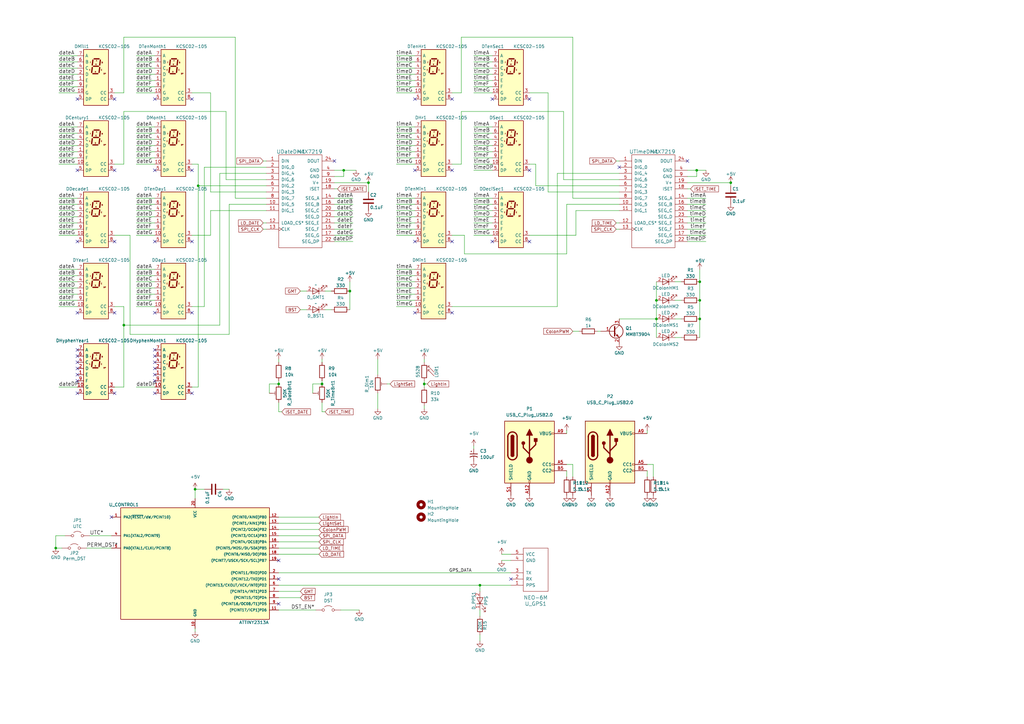
<source format=kicad_sch>
(kicad_sch (version 20231120) (generator "eeschema") (generator_version "8.0")
  (paper "A3")
  (junction (at 287.02 115.57))
  (junction (at 173.99 157.48))
  (junction (at 196.85 240.03))
  (junction (at 143.51 119.38))
  (junction (at 22.86 224.79))
  (junction (at 151.13 74.93))
  (junction (at 80.01 200.66))
  (junction (at 269.24 130.81))
  (junction (at 50.8 133.35))
  (junction (at 287.02 130.81))
  (junction (at 140.97 69.85))
  (junction (at 287.02 123.19))
  (junction (at 81.28 76.2))
  (junction (at 114.3 157.48))
  (junction (at 285.75 69.85))
  (junction (at 132.08 157.48))
  (junction (at 269.24 123.19))
  (junction (at 299.72 74.93))
  (no_connect (at 63.5 128.27))
  (no_connect (at 63.5 146.05))
  (no_connect (at 31.75 40.64))
  (no_connect (at 46.99 99.06))
  (no_connect (at 78.74 161.29))
  (no_connect (at 46.99 128.27))
  (no_connect (at 31.75 128.27))
  (no_connect (at 78.74 69.85))
  (no_connect (at 78.74 99.06))
  (no_connect (at 63.5 99.06))
  (no_connect (at 185.42 128.27))
  (no_connect (at 63.5 161.29))
  (no_connect (at 217.17 69.85))
  (no_connect (at 31.75 69.85))
  (no_connect (at 45.72 212.09))
  (no_connect (at 185.42 40.64))
  (no_connect (at 31.75 143.51))
  (no_connect (at 63.5 151.13))
  (no_connect (at 114.3 247.65))
  (no_connect (at 281.94 66.04))
  (no_connect (at 185.42 99.06))
  (no_connect (at 254 68.58))
  (no_connect (at 78.74 40.64))
  (no_connect (at 170.18 99.06))
  (no_connect (at 78.74 128.27))
  (no_connect (at 114.3 237.49))
  (no_connect (at 114.3 229.87))
  (no_connect (at 31.75 148.59))
  (no_connect (at 31.75 151.13))
  (no_connect (at 63.5 69.85))
  (no_connect (at 31.75 99.06))
  (no_connect (at 63.5 153.67))
  (no_connect (at 63.5 40.64))
  (no_connect (at 137.16 66.04))
  (no_connect (at 31.75 146.05))
  (no_connect (at 46.99 69.85))
  (no_connect (at 217.17 40.64))
  (no_connect (at 31.75 156.21))
  (no_connect (at 63.5 156.21))
  (no_connect (at 46.99 40.64))
  (no_connect (at 170.18 69.85))
  (no_connect (at 31.75 153.67))
  (no_connect (at 63.5 148.59))
  (no_connect (at 31.75 161.29))
  (no_connect (at 209.55 237.49))
  (no_connect (at 217.17 99.06))
  (no_connect (at 201.93 40.64))
  (no_connect (at 185.42 69.85))
  (no_connect (at 201.93 99.06))
  (no_connect (at 63.5 143.51))
  (no_connect (at 46.99 161.29))
  (no_connect (at 170.18 128.27))
  (no_connect (at 170.18 40.64))
  (wire (pts (xy 114.3 168.91) (xy 114.3 165.1)))
  (wire (pts (xy 31.75 57.15) (xy 24.13 57.15)))
  (wire (pts (xy 232.41 190.5) (xy 234.95 190.5)))
  (wire (pts (xy 170.18 115.57) (xy 162.56 115.57)))
  (wire (pts (xy 234.95 135.89) (xy 237.49 135.89)))
  (wire (pts (xy 31.75 91.44) (xy 24.13 91.44)))
  (wire (pts (xy 137.16 83.82) (xy 144.78 83.82)))
  (wire (pts (xy 63.5 115.57) (xy 55.88 115.57)))
  (wire (pts (xy 123.19 119.38) (xy 125.73 119.38)))
  (wire (pts (xy 93.98 83.82) (xy 109.22 83.82)))
  (wire (pts (xy 143.51 119.38) (xy 143.51 127)))
  (wire (pts (xy 31.75 118.11) (xy 24.13 118.11)))
  (wire (pts (xy 209.55 240.03) (xy 196.85 240.03)))
  (wire (pts (xy 138.43 77.47) (xy 137.16 77.47)))
  (wire (pts (xy 201.93 22.86) (xy 194.31 22.86)))
  (wire (pts (xy 173.99 147.32) (xy 173.99 148.59)))
  (wire (pts (xy 140.97 72.39) (xy 140.97 69.85)))
  (wire (pts (xy 285.75 72.39) (xy 285.75 69.85)))
  (wire (pts (xy 173.99 156.21) (xy 173.99 157.48)))
  (wire (pts (xy 78.74 125.73) (xy 83.82 125.73)))
  (wire (pts (xy 86.36 86.36) (xy 86.36 96.52)))
  (wire (pts (xy 201.93 33.02) (xy 194.31 33.02)))
  (wire (pts (xy 133.35 127) (xy 135.89 127)))
  (wire (pts (xy 170.18 64.77) (xy 162.56 64.77)))
  (wire (pts (xy 86.36 78.74) (xy 109.22 78.74)))
  (wire (pts (xy 109.22 86.36) (xy 86.36 86.36)))
  (wire (pts (xy 81.28 158.75) (xy 81.28 76.2)))
  (wire (pts (xy 114.3 219.71) (xy 130.81 219.71)))
  (wire (pts (xy 31.75 33.02) (xy 24.13 33.02)))
  (wire (pts (xy 22.86 224.79) (xy 25.4 224.79)))
  (wire (pts (xy 31.75 93.98) (xy 24.13 93.98)))
  (wire (pts (xy 90.17 133.35) (xy 90.17 71.12)))
  (wire (pts (xy 217.17 96.52) (xy 236.22 96.52)))
  (wire (pts (xy 170.18 33.02) (xy 162.56 33.02)))
  (wire (pts (xy 81.28 67.31) (xy 81.28 76.2)))
  (wire (pts (xy 63.5 64.77) (xy 55.88 64.77)))
  (wire (pts (xy 201.93 52.07) (xy 194.31 52.07)))
  (wire (pts (xy 265.43 176.53) (xy 265.43 177.8)))
  (wire (pts (xy 63.5 158.75) (xy 55.88 158.75)))
  (wire (pts (xy 132.08 157.48) (xy 132.08 156.21)))
  (wire (pts (xy 50.8 133.35) (xy 50.8 158.75)))
  (wire (pts (xy 63.5 120.65) (xy 55.88 120.65)))
  (wire (pts (xy 190.5 96.52) (xy 190.5 104.14)))
  (wire (pts (xy 201.93 64.77) (xy 194.31 64.77)))
  (wire (pts (xy 170.18 86.36) (xy 162.56 86.36)))
  (wire (pts (xy 63.5 125.73) (xy 55.88 125.73)))
  (wire (pts (xy 201.93 59.69) (xy 194.31 59.69)))
  (wire (pts (xy 96.52 81.28) (xy 96.52 15.24)))
  (wire (pts (xy 139.7 250.19) (xy 147.32 250.19)))
  (wire (pts (xy 114.3 227.33) (xy 130.81 227.33)))
  (wire (pts (xy 170.18 30.48) (xy 162.56 30.48)))
  (wire (pts (xy 281.94 83.82) (xy 289.56 83.82)))
  (wire (pts (xy 170.18 67.31) (xy 162.56 67.31)))
  (wire (pts (xy 170.18 113.03) (xy 162.56 113.03)))
  (wire (pts (xy 287.02 110.49) (xy 287.02 115.57)))
  (wire (pts (xy 254 86.36) (xy 236.22 86.36)))
  (wire (pts (xy 201.93 86.36) (xy 194.31 86.36)))
  (wire (pts (xy 78.74 158.75) (xy 81.28 158.75)))
  (wire (pts (xy 170.18 62.23) (xy 162.56 62.23)))
  (wire (pts (xy 50.8 125.73) (xy 46.99 125.73)))
  (wire (pts (xy 31.75 54.61) (xy 24.13 54.61)))
  (wire (pts (xy 123.19 242.57) (xy 114.3 242.57)))
  (wire (pts (xy 217.17 67.31) (xy 219.71 67.31)))
  (wire (pts (xy 123.19 127) (xy 125.73 127)))
  (wire (pts (xy 281.94 86.36) (xy 289.56 86.36)))
  (wire (pts (xy 170.18 123.19) (xy 162.56 123.19)))
  (wire (pts (xy 201.93 35.56) (xy 194.31 35.56)))
  (wire (pts (xy 31.75 38.1) (xy 24.13 38.1)))
  (wire (pts (xy 63.5 54.61) (xy 55.88 54.61)))
  (wire (pts (xy 276.86 115.57) (xy 279.4 115.57)))
  (wire (pts (xy 170.18 118.11) (xy 162.56 118.11)))
  (wire (pts (xy 31.75 62.23) (xy 24.13 62.23)))
  (wire (pts (xy 31.75 52.07) (xy 24.13 52.07)))
  (wire (pts (xy 154.94 161.29) (xy 154.94 167.64)))
  (wire (pts (xy 92.71 45.72) (xy 50.8 45.72)))
  (wire (pts (xy 114.3 157.48) (xy 114.3 156.21)))
  (wire (pts (xy 201.93 30.48) (xy 194.31 30.48)))
  (wire (pts (xy 31.75 67.31) (xy 24.13 67.31)))
  (wire (pts (xy 63.5 91.44) (xy 55.88 91.44)))
  (wire (pts (xy 114.3 157.48) (xy 110.49 157.48)))
  (wire (pts (xy 170.18 57.15) (xy 162.56 57.15)))
  (wire (pts (xy 63.5 96.52) (xy 55.88 96.52)))
  (wire (pts (xy 50.8 133.35) (xy 90.17 133.35)))
  (wire (pts (xy 63.5 35.56) (xy 55.88 35.56)))
  (wire (pts (xy 31.75 113.03) (xy 24.13 113.03)))
  (wire (pts (xy 170.18 125.73) (xy 162.56 125.73)))
  (wire (pts (xy 252.73 66.04) (xy 254 66.04)))
  (wire (pts (xy 281.94 74.93) (xy 299.72 74.93)))
  (wire (pts (xy 201.93 91.44) (xy 194.31 91.44)))
  (wire (pts (xy 63.5 33.02) (xy 55.88 33.02)))
  (wire (pts (xy 269.24 115.57) (xy 269.24 123.19)))
  (wire (pts (xy 170.18 54.61) (xy 162.56 54.61)))
  (wire (pts (xy 31.75 25.4) (xy 24.13 25.4)))
  (wire (pts (xy 276.86 123.19) (xy 279.4 123.19)))
  (wire (pts (xy 232.41 176.53) (xy 232.41 177.8)))
  (wire (pts (xy 232.41 193.04) (xy 232.41 195.58)))
  (wire (pts (xy 31.75 115.57) (xy 24.13 115.57)))
  (wire (pts (xy 232.41 83.82) (xy 232.41 104.14)))
  (wire (pts (xy 170.18 35.56) (xy 162.56 35.56)))
  (wire (pts (xy 281.94 99.06) (xy 289.56 99.06)))
  (wire (pts (xy 31.75 81.28) (xy 24.13 81.28)))
  (wire (pts (xy 63.5 81.28) (xy 55.88 81.28)))
  (wire (pts (xy 63.5 67.31) (xy 55.88 67.31)))
  (wire (pts (xy 53.34 96.52) (xy 46.99 96.52)))
  (wire (pts (xy 46.99 67.31) (xy 50.8 67.31)))
  (wire (pts (xy 201.93 81.28) (xy 194.31 81.28)))
  (wire (pts (xy 201.93 27.94) (xy 194.31 27.94)))
  (wire (pts (xy 31.75 64.77) (xy 24.13 64.77)))
  (wire (pts (xy 201.93 38.1) (xy 194.31 38.1)))
  (wire (pts (xy 128.27 157.48) (xy 128.27 161.29)))
  (wire (pts (xy 137.16 88.9) (xy 144.78 88.9)))
  (wire (pts (xy 130.81 214.63) (xy 114.3 214.63)))
  (wire (pts (xy 81.28 76.2) (xy 109.22 76.2)))
  (wire (pts (xy 46.99 38.1) (xy 50.8 38.1)))
  (wire (pts (xy 83.82 68.58) (xy 83.82 125.73)))
  (wire (pts (xy 201.93 83.82) (xy 194.31 83.82)))
  (wire (pts (xy 281.94 72.39) (xy 285.75 72.39)))
  (wire (pts (xy 201.93 69.85) (xy 194.31 69.85)))
  (wire (pts (xy 287.02 123.19) (xy 287.02 130.81)))
  (wire (pts (xy 201.93 88.9) (xy 194.31 88.9)))
  (wire (pts (xy 283.21 77.47) (xy 281.94 77.47)))
  (wire (pts (xy 231.14 45.72) (xy 189.23 45.72)))
  (wire (pts (xy 63.5 52.07) (xy 55.88 52.07)))
  (wire (pts (xy 137.16 81.28) (xy 144.78 81.28)))
  (wire (pts (xy 114.3 224.79) (xy 130.81 224.79)))
  (wire (pts (xy 196.85 240.03) (xy 114.3 240.03)))
  (wire (pts (xy 281.94 91.44) (xy 289.56 91.44)))
  (wire (pts (xy 83.82 200.66) (xy 80.01 200.66)))
  (wire (pts (xy 132.08 148.59) (xy 132.08 147.32)))
  (wire (pts (xy 137.16 69.85) (xy 140.97 69.85)))
  (wire (pts (xy 36.83 219.71) (xy 45.72 219.71)))
  (wire (pts (xy 194.31 182.88) (xy 194.31 184.15)))
  (wire (pts (xy 201.93 54.61) (xy 194.31 54.61)))
  (wire (pts (xy 114.3 148.59) (xy 114.3 147.32)))
  (wire (pts (xy 107.95 93.98) (xy 109.22 93.98)))
  (wire (pts (xy 63.5 93.98) (xy 55.88 93.98)))
  (wire (pts (xy 109.22 81.28) (xy 96.52 81.28)))
  (wire (pts (xy 63.5 30.48) (xy 55.88 30.48)))
  (wire (pts (xy 170.18 83.82) (xy 162.56 83.82)))
  (wire (pts (xy 132.08 157.48) (xy 128.27 157.48)))
  (wire (pts (xy 31.75 96.52) (xy 24.13 96.52)))
  (wire (pts (xy 287.02 115.57) (xy 287.02 123.19)))
  (wire (pts (xy 133.35 119.38) (xy 135.89 119.38)))
  (wire (pts (xy 209.55 229.87) (xy 205.74 229.87)))
  (wire (pts (xy 31.75 22.86) (xy 24.13 22.86)))
  (wire (pts (xy 115.57 168.91) (xy 114.3 168.91)))
  (wire (pts (xy 63.5 118.11) (xy 55.88 118.11)))
  (wire (pts (xy 31.75 59.69) (xy 24.13 59.69)))
  (wire (pts (xy 137.16 93.98) (xy 144.78 93.98)))
  (wire (pts (xy 109.22 73.66) (xy 92.71 73.66)))
  (wire (pts (xy 281.94 88.9) (xy 289.56 88.9)))
  (wire (pts (xy 63.5 123.19) (xy 55.88 123.19)))
  (wire (pts (xy 299.72 74.93) (xy 299.72 76.2)))
  (wire (pts (xy 173.99 166.37) (xy 173.99 167.64)))
  (wire (pts (xy 189.23 15.24) (xy 189.23 38.1)))
  (wire (pts (xy 170.18 91.44) (xy 162.56 91.44)))
  (wire (pts (xy 22.86 219.71) (xy 22.86 224.79)))
  (wire (pts (xy 201.93 62.23) (xy 194.31 62.23)))
  (wire (pts (xy 140.97 69.85) (xy 146.05 69.85)))
  (wire (pts (xy 281.94 69.85) (xy 285.75 69.85)))
  (wire (pts (xy 265.43 193.04) (xy 265.43 195.58)))
  (wire (pts (xy 196.85 260.35) (xy 196.85 262.89)))
  (wire (pts (xy 170.18 25.4) (xy 162.56 25.4)))
  (wire (pts (xy 96.52 15.24) (xy 50.8 15.24)))
  (wire (pts (xy 170.18 93.98) (xy 162.56 93.98)))
  (wire (pts (xy 170.18 81.28) (xy 162.56 81.28)))
  (wire (pts (xy 269.24 130.81) (xy 269.24 138.43)))
  (wire (pts (xy 170.18 88.9) (xy 162.56 88.9)))
  (wire (pts (xy 252.73 91.44) (xy 254 91.44)))
  (wire (pts (xy 137.16 96.52) (xy 144.78 96.52)))
  (wire (pts (xy 185.42 38.1) (xy 189.23 38.1)))
  (wire (pts (xy 107.95 91.44) (xy 109.22 91.44)))
  (wire (pts (xy 228.6 71.12) (xy 254 71.12)))
  (wire (pts (xy 224.79 78.74) (xy 254 78.74)))
  (wire (pts (xy 217.17 38.1) (xy 224.79 38.1)))
  (wire (pts (xy 31.75 88.9) (xy 24.13 88.9)))
  (wire (pts (xy 151.13 78.74) (xy 151.13 74.93)))
  (wire (pts (xy 63.5 57.15) (xy 55.88 57.15)))
  (wire (pts (xy 281.94 81.28) (xy 289.56 81.28)))
  (wire (pts (xy 63.5 22.86) (xy 55.88 22.86)))
  (wire (pts (xy 219.71 67.31) (xy 219.71 76.2)))
  (wire (pts (xy 196.85 250.19) (xy 196.85 252.73)))
  (wire (pts (xy 63.5 113.03) (xy 55.88 113.03)))
  (wire (pts (xy 158.75 157.48) (xy 160.02 157.48)))
  (wire (pts (xy 78.74 67.31) (xy 81.28 67.31)))
  (wire (pts (xy 50.8 45.72) (xy 50.8 67.31)))
  (wire (pts (xy 31.75 158.75) (xy 24.13 158.75)))
  (wire (pts (xy 63.5 59.69) (xy 55.88 59.69)))
  (wire (pts (xy 234.95 81.28) (xy 234.95 15.24)))
  (wire (pts (xy 50.8 125.73) (xy 50.8 133.35)))
  (wire (pts (xy 234.95 190.5) (xy 234.95 195.58)))
  (wire (pts (xy 130.81 222.25) (xy 114.3 222.25)))
  (wire (pts (xy 137.16 99.06) (xy 144.78 99.06)))
  (wire (pts (xy 189.23 45.72) (xy 189.23 67.31)))
  (wire (pts (xy 109.22 68.58) (xy 83.82 68.58)))
  (wire (pts (xy 281.94 96.52) (xy 289.56 96.52)))
  (wire (pts (xy 196.85 240.03) (xy 196.85 242.57)))
  (wire (pts (xy 170.18 27.94) (xy 162.56 27.94)))
  (wire (pts (xy 26.67 219.71) (xy 22.86 219.71)))
  (wire (pts (xy 86.36 38.1) (xy 86.36 78.74)))
  (wire (pts (xy 170.18 110.49) (xy 162.56 110.49)))
  (wire (pts (xy 93.98 137.16) (xy 93.98 83.82)))
  (wire (pts (xy 236.22 86.36) (xy 236.22 96.52)))
  (wire (pts (xy 267.97 190.5) (xy 267.97 195.58)))
  (wire (pts (xy 201.93 93.98) (xy 194.31 93.98)))
  (wire (pts (xy 31.75 123.19) (xy 24.13 123.19)))
  (wire (pts (xy 35.56 224.79) (xy 45.72 224.79)))
  (wire (pts (xy 114.3 217.17) (xy 130.81 217.17)))
  (wire (pts (xy 170.18 38.1) (xy 162.56 38.1)))
  (wire (pts (xy 143.51 115.57) (xy 143.51 119.38)))
  (wire (pts (xy 245.11 135.89) (xy 246.38 135.89)))
  (wire (pts (xy 90.17 71.12) (xy 109.22 71.12)))
  (wire (pts (xy 133.35 168.91) (xy 132.08 168.91)))
  (wire (pts (xy 201.93 25.4) (xy 194.31 25.4)))
  (wire (pts (xy 93.98 200.66) (xy 91.44 200.66)))
  (wire (pts (xy 31.75 83.82) (xy 24.13 83.82)))
  (wire (pts (xy 173.99 157.48) (xy 173.99 158.75)))
  (wire (pts (xy 285.75 69.85) (xy 289.56 69.85)))
  (wire (pts (xy 173.99 157.48) (xy 175.26 157.48)))
  (wire (pts (xy 53.34 137.16) (xy 93.98 137.16)))
  (wire (pts (xy 137.16 72.39) (xy 140.97 72.39)))
  (wire (pts (xy 63.5 62.23) (xy 55.88 62.23)))
  (wire (pts (xy 53.34 96.52) (xy 53.34 137.16)))
  (wire (pts (xy 170.18 52.07) (xy 162.56 52.07)))
  (wire (pts (xy 31.75 120.65) (xy 24.13 120.65)))
  (wire (pts (xy 228.6 125.73) (xy 228.6 71.12)))
  (wire (pts (xy 137.16 91.44) (xy 144.78 91.44)))
  (wire (pts (xy 63.5 110.49) (xy 55.88 110.49)))
  (wire (pts (xy 269.24 123.19) (xy 269.24 130.81)))
  (wire (pts (xy 276.86 138.43) (xy 279.4 138.43)))
  (wire (pts (xy 31.75 110.49) (xy 24.13 110.49)))
  (wire (pts (xy 132.08 168.91) (xy 132.08 165.1)))
  (wire (pts (xy 224.79 38.1) (xy 224.79 78.74)))
  (wire (pts (xy 287.02 130.81) (xy 287.02 138.43)))
  (wire (pts (xy 78.74 38.1) (xy 86.36 38.1)))
  (wire (pts (xy 190.5 104.14) (xy 232.41 104.14)))
  (wire (pts (xy 63.5 88.9) (xy 55.88 88.9)))
  (wire (pts (xy 80.01 200.66) (xy 80.01 204.47)))
  (wire (pts (xy 129.54 250.19) (xy 114.3 250.19)))
  (wire (pts (xy 252.73 93.98) (xy 254 93.98)))
  (wire (pts (xy 63.5 83.82) (xy 55.88 83.82)))
  (wire (pts (xy 170.18 120.65) (xy 162.56 120.65)))
  (wire (pts (xy 31.75 27.94) (xy 24.13 27.94)))
  (wire (pts (xy 185.42 96.52) (xy 190.5 96.52)))
  (wire (pts (xy 265.43 190.5) (xy 267.97 190.5)))
  (wire (pts (xy 63.5 27.94) (xy 55.88 27.94)))
  (wire (pts (xy 151.13 74.93) (xy 137.16 74.93)))
  (wire (pts (xy 123.19 245.11) (xy 114.3 245.11)))
  (wire (pts (xy 170.18 59.69) (xy 162.56 59.69)))
  (wire (pts (xy 63.5 38.1) (xy 55.88 38.1)))
  (wire (pts (xy 154.94 147.32) (xy 154.94 153.67)))
  (wire (pts (xy 231.14 73.66) (xy 231.14 45.72)))
  (wire (pts (xy 50.8 15.24) (xy 50.8 38.1)))
  (wire (pts (xy 276.86 130.81) (xy 279.4 130.81)))
  (wire (pts (xy 31.75 30.48) (xy 24.13 30.48)))
  (wire (pts (xy 201.93 57.15) (xy 194.31 57.15)))
  (wire (pts (xy 232.41 83.82) (xy 254 83.82)))
  (wire (pts (xy 63.5 86.36) (xy 55.88 86.36)))
  (wire (pts (xy 281.94 93.98) (xy 289.56 93.98)))
  (wire (pts (xy 92.71 73.66) (xy 92.71 45.72)))
  (wire (pts (xy 254 73.66) (xy 231.14 73.66)))
  (wire (pts (xy 219.71 76.2) (xy 254 76.2)))
  (wire (pts (xy 254 81.28) (xy 234.95 81.28)))
  (wire (pts (xy 107.95 66.04) (xy 109.22 66.04)))
  (wire (pts (xy 170.18 22.86) (xy 162.56 22.86)))
  (wire (pts (xy 31.75 125.73) (xy 24.13 125.73)))
  (wire (pts (xy 137.16 86.36) (xy 144.78 86.36)))
  (wire (pts (xy 63.5 25.4) (xy 55.88 25.4)))
  (wire (pts (xy 209.55 234.95) (xy 114.3 234.95)))
  (wire (pts (xy 130.81 212.09) (xy 114.3 212.09)))
  (wire (pts (xy 254 130.81) (xy 269.24 130.81)))
  (wire (pts (xy 234.95 15.24) (xy 189.23 15.24)))
  (wire (pts (xy 201.93 67.31) (xy 194.31 67.31)))
  (wire (pts (xy 185.42 67.31) (xy 189.23 67.31)))
  (wire (pts (xy 80.01 257.81) (xy 80.01 259.08)))
  (wire (pts (xy 110.49 157.48) (xy 110.49 161.29)))
  (wire (pts (xy 31.75 86.36) (xy 24.13 86.36)))
  (wire (pts (xy 170.18 96.52) (xy 162.56 96.52)))
  (wire (pts (xy 185.42 125.73) (xy 228.6 125.73)))
  (wire (pts (xy 201.93 96.52) (xy 194.31 96.52)))
  (wire (pts (xy 50.8 158.75) (xy 46.99 158.75)))
  (wire (pts (xy 205.74 227.33) (xy 209.55 227.33)))
  (wire (pts (xy 31.75 35.56) (xy 24.13 35.56)))
  (wire (pts (xy 78.74 96.52) (xy 86.36 96.52)))
  (label "dateA" (at 24.13 81.28 0) (effects (font (size 1.524 1.524))))
  (label "timeG" (at 162.56 67.31 0) (effects (font (size 1.524 1.524))))
  (label "dateA" (at 24.13 110.49 0) (effects (font (size 1.524 1.524))))
  (label "dateE" (at 24.13 120.65 0) (effects (font (size 1.524 1.524))))
  (label "timeC" (at 162.56 27.94 0) (effects (font (size 1.524 1.524))))
  (label "dateF" (at 55.88 64.77 0) (effects (font (size 1.524 1.524))))
  (label "timeE" (at 162.56 91.44 0) (effects (font (size 1.524 1.524))))
  (label "timeF" (at 289.56 93.98 180) (effects (font (size 1.524 1.524))))
  (label "dateG" (at 55.88 125.73 0) (effects (font (size 1.524 1.524))))
  (label "dateDP" (at 24.13 158.75 0) (effects (font (size 1.524 1.524))))
  (label "timeD" (at 162.56 88.9 0) (effects (font (size 1.524 1.524))))
  (label "dateE" (at 24.13 33.02 0) (effects (font (size 1.524 1.524))))
  (label "dateC" (at 55.88 86.36 0) (effects (font (size 1.524 1.524))))
  (label "dateF" (at 55.88 35.56 0) (effects (font (size 1.524 1.524))))
  (label "dateDP" (at 144.78 99.06 180) (effects (font (size 1.524 1.524))))
  (label "timeC" (at 194.31 57.15 0) (effects (font (size 1.524 1.524))))
  (label "timeB" (at 162.56 25.4 0) (effects (font (size 1.524 1.524))))
  (label "dateD" (at 24.13 88.9 0) (effects (font (size 1.524 1.524))))
  (label "dateD" (at 55.88 30.48 0) (effects (font (size 1.524 1.524))))
  (label "timeF" (at 194.31 64.77 0) (effects (font (size 1.524 1.524))))
  (label "dateG" (at 24.13 125.73 0) (effects (font (size 1.524 1.524))))
  (label "dateF" (at 24.13 123.19 0) (effects (font (size 1.524 1.524))))
  (label "dateA" (at 24.13 52.07 0) (effects (font (size 1.524 1.524))))
  (label "dateG" (at 55.88 38.1 0) (effects (font (size 1.524 1.524))))
  (label "timeDP" (at 194.31 69.85 0) (effects (font (size 1.524 1.524))))
  (label "dateB" (at 24.13 113.03 0) (effects (font (size 1.524 1.524))))
  (label "dateD" (at 144.78 88.9 180) (effects (font (size 1.524 1.524))))
  (label "timeA" (at 194.31 52.07 0) (effects (font (size 1.524 1.524))))
  (label "timeG" (at 162.56 38.1 0) (effects (font (size 1.524 1.524))))
  (label "timeA" (at 194.31 22.86 0) (effects (font (size 1.524 1.524))))
  (label "dateC" (at 144.78 86.36 180) (effects (font (size 1.524 1.524))))
  (label "timeB" (at 162.56 113.03 0) (effects (font (size 1.524 1.524))))
  (label "dateD" (at 24.13 30.48 0) (effects (font (size 1.524 1.524))))
  (label "timeA" (at 162.56 110.49 0) (effects (font (size 1.524 1.524))))
  (label "timeG" (at 162.56 125.73 0) (effects (font (size 1.524 1.524))))
  (label "dateF" (at 24.13 93.98 0) (effects (font (size 1.524 1.524))))
  (label "GPS_DATA" (at 184.15 234.95 0))
  (label "dateB" (at 24.13 54.61 0) (effects (font (size 1.524 1.524))))
  (label "timeA" (at 289.56 81.28 180) (effects (font (size 1.524 1.524))))
  (label "dateG" (at 24.13 38.1 0) (effects (font (size 1.524 1.524))))
  (label "timeDP" (at 289.56 99.06 180) (effects (font (size 1.524 1.524))))
  (label "dateE" (at 24.13 91.44 0) (effects (font (size 1.524 1.524))))
  (label "dateF" (at 24.13 64.77 0) (effects (font (size 1.524 1.524))))
  (label "dateB" (at 55.88 113.03 0) (effects (font (size 1.524 1.524))))
  (label "timeD" (at 162.56 59.69 0) (effects (font (size 1.524 1.524))))
  (label "timeD" (at 162.56 118.11 0) (effects (font (size 1.524 1.524))))
  (label "timeD" (at 194.31 88.9 0) (effects (font (size 1.524 1.524))))
  (label "timeG" (at 194.31 67.31 0) (effects (font (size 1.524 1.524))))
  (label "dateC" (at 55.88 27.94 0) (effects (font (size 1.524 1.524))))
  (label "timeF" (at 162.56 64.77 0) (effects (font (size 1.524 1.524))))
  (label "timeG" (at 194.31 38.1 0) (effects (font (size 1.524 1.524))))
  (label "dateD" (at 55.88 118.11 0) (effects (font (size 1.524 1.524))))
  (label "timeC" (at 194.31 86.36 0) (effects (font (size 1.524 1.524))))
  (label "timeD" (at 289.56 88.9 180) (effects (font (size 1.524 1.524))))
  (label "dateG" (at 24.13 96.52 0) (effects (font (size 1.524 1.524))))
  (label "PERM_DST*" (at 35.56 224.79 0) (effects (font (size 1.524 1.524))))
  (label "timeA" (at 194.31 81.28 0) (effects (font (size 1.524 1.524))))
  (label "dateD" (at 24.13 118.11 0) (effects (font (size 1.524 1.524))))
  (label "dateB" (at 24.13 25.4 0) (effects (font (size 1.524 1.524))))
  (label "dateE" (at 55.88 62.23 0) (effects (font (size 1.524 1.524))))
  (label "dateE" (at 55.88 120.65 0) (effects (font (size 1.524 1.524))))
  (label "timeC" (at 162.56 57.15 0) (effects (font (size 1.524 1.524))))
  (label "dateB" (at 24.13 83.82 0) (effects (font (size 1.524 1.524))))
  (label "timeE" (at 289.56 91.44 180) (effects (font (size 1.524 1.524))))
  (label "dateA" (at 55.88 81.28 0) (effects (font (size 1.524 1.524))))
  (label "timeD" (at 162.56 30.48 0) (effects (font (size 1.524 1.524))))
  (label "timeC" (at 289.56 86.36 180) (effects (font (size 1.524 1.524))))
  (label "timeF" (at 162.56 123.19 0) (effects (font (size 1.524 1.524))))
  (label "dateG" (at 55.88 96.52 0) (effects (font (size 1.524 1.524))))
  (label "dateE" (at 24.13 62.23 0) (effects (font (size 1.524 1.524))))
  (label "dateB" (at 55.88 25.4 0) (effects (font (size 1.524 1.524))))
  (label "timeB" (at 194.31 54.61 0) (effects (font (size 1.524 1.524))))
  (label "timeF" (at 194.31 93.98 0) (effects (font (size 1.524 1.524))))
  (label "timeE" (at 162.56 120.65 0) (effects (font (size 1.524 1.524))))
  (label "dateC" (at 24.13 86.36 0) (effects (font (size 1.524 1.524))))
  (label "timeE" (at 194.31 33.02 0) (effects (font (size 1.524 1.524))))
  (label "timeA" (at 162.56 81.28 0) (effects (font (size 1.524 1.524))))
  (label "dateB" (at 55.88 83.82 0) (effects (font (size 1.524 1.524))))
  (label "dateF" (at 144.78 93.98 180) (effects (font (size 1.524 1.524))))
  (label "timeE" (at 162.56 62.23 0) (effects (font (size 1.524 1.524))))
  (label "dateC" (at 24.13 27.94 0) (effects (font (size 1.524 1.524))))
  (label "dateC" (at 24.13 57.15 0) (effects (font (size 1.524 1.524))))
  (label "timeB" (at 289.56 83.82 180) (effects (font (size 1.524 1.524))))
  (label "DST_EN*" (at 119.38 250.19 0) (effects (font (size 1.524 1.524))))
  (label "timeA" (at 162.56 52.07 0) (effects (font (size 1.524 1.524))))
  (label "timeB" (at 162.56 83.82 0) (effects (font (size 1.524 1.524))))
  (label "dateD" (at 55.88 59.69 0) (effects (font (size 1.524 1.524))))
  (label "dateF" (at 55.88 123.19 0) (effects (font (size 1.524 1.524))))
  (label "dateB" (at 55.88 54.61 0) (effects (font (size 1.524 1.524))))
  (label "timeE" (at 194.31 62.23 0) (effects (font (size 1.524 1.524))))
  (label "dateDP" (at 55.88 158.75 0) (effects (font (size 1.524 1.524))))
  (label "timeA" (at 162.56 22.86 0) (effects (font (size 1.524 1.524))))
  (label "timeD" (at 194.31 30.48 0) (effects (font (size 1.524 1.524))))
  (label "dateD" (at 55.88 88.9 0) (effects (font (size 1.524 1.524))))
  (label "timeB" (at 194.31 25.4 0) (effects (font (size 1.524 1.524))))
  (label "dateE" (at 55.88 33.02 0) (effects (font (size 1.524 1.524))))
  (label "timeD" (at 194.31 59.69 0) (effects (font (size 1.524 1.524))))
  (label "dateA" (at 55.88 110.49 0) (effects (font (size 1.524 1.524))))
  (label "dateA" (at 55.88 52.07 0) (effects (font (size 1.524 1.524))))
  (label "dateA" (at 144.78 81.28 180) (effects (font (size 1.524 1.524))))
  (label "dateA" (at 24.13 22.86 0) (effects (font (size 1.524 1.524))))
  (label "dateF" (at 55.88 93.98 0) (effects (font (size 1.524 1.524))))
  (label "dateB" (at 144.78 83.82 180) (effects (font (size 1.524 1.524))))
  (label "timeB" (at 162.56 54.61 0) (effects (font (size 1.524 1.524))))
  (label "timeG" (at 162.56 96.52 0) (effects (font (size 1.524 1.524))))
  (label "timeF" (at 162.56 35.56 0) (effects (font (size 1.524 1.524))))
  (label "timeE" (at 162.56 33.02 0) (effects (font (size 1.524 1.524))))
  (label "dateC" (at 24.13 115.57 0) (effects (font (size 1.524 1.524))))
  (label "dateA" (at 55.88 22.86 0) (effects (font (size 1.524 1.524))))
  (label "timeC" (at 194.31 27.94 0) (effects (font (size 1.524 1.524))))
  (label "dateG" (at 55.88 67.31 0) (effects (font (size 1.524 1.524))))
  (label "dateD" (at 24.13 59.69 0) (effects (font (size 1.524 1.524))))
  (label "dateF" (at 24.13 35.56 0) (effects (font (size 1.524 1.524))))
  (label "dateC" (at 55.88 57.15 0) (effects (font (size 1.524 1.524))))
  (label "dateE" (at 144.78 91.44 180) (effects (font (size 1.524 1.524))))
  (label "dateC" (at 55.88 115.57 0) (effects (font (size 1.524 1.524))))
  (label "dateG" (at 144.78 96.52 180) (effects (font (size 1.524 1.524))))
  (label "timeB" (at 194.31 83.82 0) (effects (font (size 1.524 1.524))))
  (label "UTC*" (at 36.83 219.71 0) (effects (font (size 1.524 1.524))))
  (label "timeG" (at 194.31 96.52 0) (effects (font (size 1.524 1.524))))
  (label "dateE" (at 55.88 91.44 0) (effects (font (size 1.524 1.524))))
  (label "timeC" (at 162.56 86.36 0) (effects (font (size 1.524 1.524))))
  (label "timeG" (at 289.56 96.52 180) (effects (font (size 1.524 1.524))))
  (label "timeC" (at 162.56 115.57 0) (effects (font (size 1.524 1.524))))
  (label "timeE" (at 194.31 91.44 0) (effects (font (size 1.524 1.524))))
  (label "dateG" (at 24.13 67.31 0) (effects (font (size 1.524 1.524))))
  (label "timeF" (at 194.31 35.56 0) (effects (font (size 1.524 1.524))))
  (label "timeF" (at 162.56 93.98 0) (effects (font (size 1.524 1.524))))
  (global_label "ISET_DATE" (shape input) (at 115.57 168.91 0) (property "Intersheetrefs" "${INTERSHEET_REFS}" (effects (hide yes))))
  (global_label "SPI_CLK" (shape input) (at 130.81 222.25 0) (property "Intersheetrefs" "${INTERSHEET_REFS}" (effects (hide yes))))
  (global_label "LD_DATE" (shape input) (at 107.95 91.44 180) (property "Intersheetrefs" "${INTERSHEET_REFS}" (effects (hide yes))))
  (global_label "ISET_DATE" (shape input) (at 138.43 77.47 0) (property "Intersheetrefs" "${INTERSHEET_REFS}" (effects (hide yes))))
  (global_label "ISET_TIME" (shape input) (at 133.35 168.91 0) (property "Intersheetrefs" "${INTERSHEET_REFS}" (effects (hide yes))))
  (global_label "BST" (shape input) (at 123.19 245.11 0) (property "Intersheetrefs" "${INTERSHEET_REFS}" (effects (hide yes))))
  (global_label "LightSet" (shape input) (at 130.81 214.63 0) (property "Intersheetrefs" "${INTERSHEET_REFS}" (effects (hide yes))))
  (global_label "ColonPWM" (shape input) (at 234.95 135.89 180) (property "Intersheetrefs" "${INTERSHEET_REFS}" (effects (hide yes))))
  (global_label "LD_TIME" (shape input) (at 252.73 91.44 180) (property "Intersheetrefs" "${INTERSHEET_REFS}" (effects (hide yes))))
  (global_label "GMT" (shape input) (at 123.19 242.57 0) (property "Intersheetrefs" "${INTERSHEET_REFS}" (effects (hide yes))))
  (global_label "LightSet" (shape input) (at 160.02 157.48 0) (property "Intersheetrefs" "${INTERSHEET_REFS}" (effects (hide yes))))
  (global_label "ColonPWM" (shape input) (at 130.81 217.17 0) (property "Intersheetrefs" "${INTERSHEET_REFS}" (effects (hide yes))))
  (global_label "LightIn" (shape input) (at 175.26 157.48 0) (property "Intersheetrefs" "${INTERSHEET_REFS}" (effects (hide yes))))
  (global_label "SPI_DATA" (shape input) (at 130.81 219.71 0) (property "Intersheetrefs" "${INTERSHEET_REFS}" (effects (hide yes))))
  (global_label "LightIn" (shape input) (at 130.81 212.09 0) (property "Intersheetrefs" "${INTERSHEET_REFS}" (effects (hide yes))))
  (global_label "BST" (shape input) (at 123.19 127 180) (property "Intersheetrefs" "${INTERSHEET_REFS}" (effects (hide yes))))
  (global_label "SPI_CLK" (shape input) (at 252.73 93.98 180) (property "Intersheetrefs" "${INTERSHEET_REFS}" (effects (hide yes))))
  (global_label "ISET_TIME" (shape input) (at 283.21 77.47 0) (property "Intersheetrefs" "${INTERSHEET_REFS}" (effects (hide yes))))
  (global_label "LD_TIME" (shape input) (at 130.81 224.79 0) (property "Intersheetrefs" "${INTERSHEET_REFS}" (effects (hide yes))))
  (global_label "LD_DATE" (shape input) (at 130.81 227.33 0) (property "Intersheetrefs" "${INTERSHEET_REFS}" (effects (hide yes))))
  (global_label "GMT" (shape input) (at 123.19 119.38 180) (property "Intersheetrefs" "${INTERSHEET_REFS}" (effects (hide yes))))
  (global_label "SPI_DATA" (shape input) (at 107.95 66.04 180) (property "Intersheetrefs" "${INTERSHEET_REFS}" (effects (hide yes))))
  (global_label "SPI_CLK" (shape input) (at 107.95 93.98 180) (property "Intersheetrefs" "${INTERSHEET_REFS}" (effects (hide yes))))
  (global_label "SPI_DATA" (shape input) (at 252.73 66.04 180) (property "Intersheetrefs" "${INTERSHEET_REFS}" (effects (hide yes))))
  (symbol (lib_id "precision-clock-rescue:KCSC02-105") (at 39.37 30.48 0) (unit 1)
    (property "Reference" "DMill1" (at 36.576 19.05 0) (effects (justify right)))
    (property "Value" "KCSC02-105" (at 40.386 19.05 0) (effects (justify left)))
    (property "Footprint" "precision clock:7seg0.56CC" (effects (hide yes)))
  )
  (symbol (lib_id "precision-clock-rescue:KCSC02-105") (at 39.37 59.69 0) (unit 1)
    (property "Reference" "DCentury1" (at 36.576 48.26 0) (effects (justify right)))
    (property "Value" "KCSC02-105" (at 40.386 48.26 0) (effects (justify left)))
    (property "Footprint" "precision clock:7seg0.56CC" (effects (hide yes)))
  )
  (symbol (lib_id "precision-clock-rescue:KCSC02-105") (at 39.37 88.9 0) (unit 1)
    (property "Reference" "DDecade1" (at 36.576 77.47 0) (effects (justify right)))
    (property "Value" "KCSC02-105" (at 40.386 77.47 0) (effects (justify left)))
    (property "Footprint" "precision clock:7seg0.56CC" (effects (hide yes)))
  )
  (symbol (lib_id "precision-clock-rescue:KCSC02-105") (at 39.37 118.11 0) (unit 1)
    (property "Reference" "DYear1" (at 36.576 106.68 0) (effects (justify right)))
    (property "Value" "KCSC02-105" (at 40.386 106.68 0) (effects (justify left)))
    (property "Footprint" "precision clock:7seg0.56CC" (effects (hide yes)))
  )
  (symbol (lib_id "precision-clock-rescue:KCSC02-105") (at 71.12 30.48 0) (unit 1)
    (property "Reference" "DTenMonth1" (at 68.326 19.05 0) (effects (justify right)))
    (property "Value" "KCSC02-105" (at 72.136 19.05 0) (effects (justify left)))
    (property "Footprint" "precision clock:7seg0.56CC" (effects (hide yes)))
  )
  (symbol (lib_id "precision-clock-rescue:KCSC02-105") (at 71.12 59.69 0) (unit 1)
    (property "Reference" "DMonth1" (at 68.326 48.26 0) (effects (justify right)))
    (property "Value" "KCSC02-105" (at 72.136 48.26 0) (effects (justify left)))
    (property "Footprint" "precision clock:7seg0.56CC" (effects (hide yes)))
  )
  (symbol (lib_id "precision-clock-rescue:KCSC02-105") (at 71.12 88.9 0) (unit 1)
    (property "Reference" "DTenDay1" (at 68.326 77.47 0) (effects (justify right)))
    (property "Value" "KCSC02-105" (at 72.136 77.47 0) (effects (justify left)))
    (property "Footprint" "precision clock:7seg0.56CC" (effects (hide yes)))
  )
  (symbol (lib_id "precision-clock-rescue:KCSC02-105") (at 71.12 118.11 0) (unit 1)
    (property "Reference" "DDay1" (at 68.326 106.68 0) (effects (justify right)))
    (property "Value" "KCSC02-105" (at 72.136 106.68 0) (effects (justify left)))
    (property "Footprint" "precision clock:7seg0.56CC" (effects (hide yes)))
  )
  (symbol (lib_id "precision-clock-rescue:MAX7219") (at 125.73 90.17 0) (unit 1)
    (property "Reference" "UDateDrv1" (at 119.38 62.23 0) (effects (font (size 1.524 1.524))))
    (property "Value" "MAX7219" (at 127 62.23 0) (effects (font (size 1.524 1.524))))
    (property "Footprint" "Package_DIP:DIP-24_W7.62mm" (effects (hide yes)))
  )
  (symbol (lib_id "precision-clock-rescue:KCSC02-105") (at 39.37 151.13 0) (unit 1)
    (property "Reference" "DHyphenYear1" (at 36.576 139.7 0) (effects (justify right)))
    (property "Value" "KCSC02-105" (at 40.386 139.7 0) (effects (justify left)))
    (property "Footprint" "precision clock:7seg0.56CC" (effects (hide yes)))
  )
  (symbol (lib_id "precision-clock-rescue:KCSC02-105") (at 71.12 151.13 0) (unit 1)
    (property "Reference" "DHyphenMonth1" (at 68.326 139.7 0) (effects (justify right)))
    (property "Value" "KCSC02-105" (at 72.136 139.7 0) (effects (justify left)))
    (property "Footprint" "precision clock:7seg0.56CC" (effects (hide yes)))
  )
  (symbol (lib_id "precision-clock-rescue:KCSC02-105") (at 177.8 30.48 0) (unit 1)
    (property "Reference" "DTenHr1" (at 175.006 19.05 0) (effects (justify right)))
    (property "Value" "KCSC02-105" (at 178.816 19.05 0) (effects (justify left)))
    (property "Footprint" "precision clock:7seg0.8CC" (effects (hide yes)))
  )
  (symbol (lib_id "precision-clock-rescue:KCSC02-105") (at 177.8 59.69 0) (unit 1)
    (property "Reference" "DHr1" (at 175.006 48.26 0) (effects (justify right)))
    (property "Value" "KCSC02-105" (at 178.816 48.26 0) (effects (justify left)))
    (property "Footprint" "precision clock:7seg0.8CC" (effects (hide yes)))
  )
  (symbol (lib_id "precision-clock-rescue:KCSC02-105") (at 177.8 88.9 0) (unit 1)
    (property "Reference" "DTenMin1" (at 175.006 77.47 0) (effects (justify right)))
    (property "Value" "KCSC02-105" (at 178.816 77.47 0) (effects (justify left)))
    (property "Footprint" "precision clock:7seg0.8CC" (effects (hide yes)))
  )
  (symbol (lib_id "precision-clock-rescue:KCSC02-105") (at 177.8 118.11 0) (unit 1)
    (property "Reference" "DMin1" (at 175.006 106.68 0) (effects (justify right)))
    (property "Value" "KCSC02-105" (at 178.816 106.68 0) (effects (justify left)))
    (property "Footprint" "precision clock:7seg0.8CC" (effects (hide yes)))
  )
  (symbol (lib_id "precision-clock-rescue:KCSC02-105") (at 209.55 30.48 0) (unit 1)
    (property "Reference" "DTenSec1" (at 206.756 19.05 0) (effects (justify right)))
    (property "Value" "KCSC02-105" (at 210.566 19.05 0) (effects (justify left)))
    (property "Footprint" "precision clock:7seg0.8CC" (effects (hide yes)))
  )
  (symbol (lib_id "precision-clock-rescue:KCSC02-105") (at 209.55 59.69 0) (unit 1)
    (property "Reference" "DSec1" (at 206.756 48.26 0) (effects (justify right)))
    (property "Value" "KCSC02-105" (at 210.566 48.26 0) (effects (justify left)))
    (property "Footprint" "precision clock:7seg0.8CC" (effects (hide yes)))
  )
  (symbol (lib_id "precision-clock-rescue:MAX7219") (at 270.51 90.17 0) (unit 1)
    (property "Reference" "UTimeDrv1" (at 264.16 62.23 0) (effects (font (size 1.524 1.524))))
    (property "Value" "MAX7219" (at 271.78 62.23 0) (effects (font (size 1.524 1.524))))
    (property "Footprint" "Package_DIP:DIP-24_W7.62mm" (effects (hide yes)))
  )
  (symbol (lib_id "precision-clock-rescue:LED") (at 273.05 123.19 180) (unit 1)
    (property "Reference" "DColonHM2" (at 273.05 125.73 0))
    (property "Value" "LED" (at 273.05 120.65 0))
    (property "Footprint" "LED_THT:LED_D5.0mm" (effects (hide yes)))
  )
  (symbol (lib_id "precision-clock-rescue:LED") (at 273.05 130.81 180) (unit 1)
    (property "Reference" "DColonMS1" (at 273.05 133.35 0))
    (property "Value" "LED" (at 273.05 128.27 0))
    (property "Footprint" "LED_THT:LED_D5.0mm" (effects (hide yes)))
  )
  (symbol (lib_id "precision-clock-rescue:LED") (at 273.05 138.43 180) (unit 1)
    (property "Reference" "DColonMS2" (at 273.05 141.224 0))
    (property "Value" "LED" (at 273.05 135.89 0))
    (property "Footprint" "LED_THT:LED_D5.0mm" (effects (hide yes)))
  )
  (symbol (lib_id "precision-clock-rescue:LED") (at 273.05 115.57 180) (unit 1)
    (property "Reference" "DColonHM1" (at 273.05 118.11 0))
    (property "Value" "LED" (at 273.05 113.03 0))
    (property "Footprint" "LED_THT:LED_D5.0mm" (effects (hide yes)))
  )
  (symbol (lib_id "precision-clock-rescue:ATTINY2313A-PU") (at 80.01 232.41 0) (unit 1)
    (property "Reference" "U_CONTROL1" (at 50.8 207.01 0))
    (property "Value" "ATTINY2313A" (at 104.14 255.27 0))
    (property "Footprint" "Package_DIP:DIP-20_W7.62mm" (effects (hide yes)))
  )
  (symbol (lib_id "precision-clock-rescue:GND") (at 289.56 69.85 0) (unit 1)
    (property "Reference" "#PWR02" (effects (hide yes)))
    (property "Value" "GND" (at 289.56 73.66 0))
  )
  (symbol (lib_id "precision-clock-rescue:GND") (at 146.05 69.85 0) (unit 1)
    (property "Reference" "#PWR01" (effects (hide yes)))
    (property "Value" "GND" (at 146.05 73.66 0))
  )
  (symbol (lib_id "precision-clock-rescue:C") (at 87.63 200.66 270) (unit 1)
    (property "Reference" "C4" (at 90.17 201.295 0) (effects (justify left)))
    (property "Value" "0.1uF" (at 85.09 201.295 0) (effects (justify left)))
    (property "Footprint" "Capacitor_SMD:C_1206_3216Metric" (effects (hide yes)))
  )
  (symbol (lib_id "precision-clock-rescue:GND") (at 93.98 200.66 0) (unit 1)
    (property "Reference" "#PWR021" (effects (hide yes)))
    (property "Value" "GND" (at 93.98 204.47 0))
  )
  (symbol (lib_id "precision-clock-rescue:GND") (at 80.01 259.08 0) (unit 1)
    (property "Reference" "#PWR034" (effects (hide yes)))
    (property "Value" "GND" (at 80.01 262.89 0))
  )
  (symbol (lib_id "precision-clock-rescue:GND") (at 147.32 250.19 0) (unit 1)
    (property "Reference" "#PWR033" (effects (hide yes)))
    (property "Value" "GND" (at 147.32 254 0))
  )
  (symbol (lib_id "precision-clock-rescue:+5V") (at 151.13 74.93 0) (unit 1)
    (property "Reference" "#PWR03" (effects (hide yes)))
    (property "Value" "+5V" (at 151.13 71.374 0))
  )
  (symbol (lib_id "precision-clock-rescue:+5V") (at 299.72 74.93 0) (unit 1)
    (property "Reference" "#PWR04" (effects (hide yes)))
    (property "Value" "+5V" (at 299.72 71.374 0))
  )
  (symbol (lib_id "precision-clock-rescue:+5V") (at 132.08 147.32 0) (unit 1)
    (property "Reference" "#PWR011" (effects (hide yes)))
    (property "Value" "+5V" (at 132.08 143.764 0))
  )
  (symbol (lib_id "precision-clock-rescue:LDR03") (at 173.99 152.4 180) (unit 1)
    (property "Reference" "LDR1" (at 179.07 152.4 90))
    (property "Value" "5528" (at 172.085 152.4 90) (effects (justify top)))
    (property "Footprint" "OptoDevice:R_LDR_4.9x4.2mm_P2.54mm_Vertical" (effects (hide yes)))
  )
  (symbol (lib_id "precision-clock-rescue:NEO6MV2") (at 231.14 213.36 0) (mirror x) (unit 1)
    (property "Reference" "U_GPS1" (at 219.71 247.65 0) (effects (font (size 1.524 1.524))))
    (property "Value" "NEO-6M" (at 219.71 245.11 0) (effects (font (size 1.524 1.524))))
    (property "Footprint" "Connector_PinSocket_2.54mm:PinSocket_1x05_P2.54mm_Horizontal" (effects (hide yes)))
  )
  (symbol (lib_id "precision-clock-rescue:GND") (at 205.74 229.87 0) (unit 1)
    (property "Reference" "#PWR032" (effects (hide yes)))
    (property "Value" "GND" (at 205.74 233.68 0))
  )
  (symbol (lib_id "precision-clock-rescue:LED") (at 196.85 246.38 90) (unit 1)
    (property "Reference" "D_PPS1" (at 194.31 246.38 0))
    (property "Value" "PPS" (at 199.39 246.38 0))
    (property "Footprint" "LED_SMD:LED_1206_3216Metric" (effects (hide yes)))
  )
  (symbol (lib_id "precision-clock-rescue:R") (at 196.85 256.54 0) (unit 1)
    (property "Reference" "R15" (at 198.882 256.54 90))
    (property "Value" "20K" (at 196.85 256.54 90))
    (property "Footprint" "Resistor_SMD:R_1206_3216Metric" (effects (hide yes)))
  )
  (symbol (lib_id "precision-clock-rescue:GND") (at 196.85 262.89 0) (unit 1)
    (property "Reference" "#PWR035" (effects (hide yes)))
    (property "Value" "GND" (at 196.85 266.7 0))
  )
  (symbol (lib_id "precision-clock-rescue:C") (at 151.13 82.55 0) (unit 1)
    (property "Reference" "C2" (at 151.765 80.01 0) (effects (justify left)))
    (property "Value" "0.1uF" (at 151.765 85.09 0) (effects (justify left)))
    (property "Footprint" "Capacitor_SMD:C_1206_3216Metric" (effects (hide yes)))
  )
  (symbol (lib_id "precision-clock-rescue:GND") (at 151.13 86.36 0) (unit 1)
    (property "Reference" "#PWR06" (effects (hide yes)))
    (property "Value" "GND" (at 151.13 90.17 0))
  )
  (symbol (lib_id "precision-clock-rescue:C") (at 299.72 80.01 0) (unit 1)
    (property "Reference" "C1" (at 300.355 77.47 0) (effects (justify left)))
    (property "Value" "0.1uF" (at 300.355 82.55 0) (effects (justify left)))
    (property "Footprint" "Capacitor_SMD:C_1206_3216Metric" (effects (hide yes)))
  )
  (symbol (lib_id "precision-clock-rescue:GND") (at 299.72 83.82 0) (unit 1)
    (property "Reference" "#PWR05" (effects (hide yes)))
    (property "Value" "GND" (at 299.72 87.63 0))
  )
  (symbol (lib_id "Jumper:Jumper_2_Open") (at 30.48 224.79 0) (mirror y) (unit 1) (exclude_from_sim yes)
    (property "Reference" "JP2" (at 30.48 226.822 0))
    (property "Value" "Perm_DST" (at 30.48 229.108 0))
    (property "Footprint" "Connector_PinHeader_2.54mm:PinHeader_1x02_P2.54mm_Vertical" (effects (hide yes)))
    (property "Description" "Jumper, 2-pole, open" (effects (hide yes)))
  )
  (symbol (lib_id "Device:R") (at 139.7 127 90) (unit 1)
    (property "Reference" "R4" (at 139.7 122.174 90))
    (property "Value" "330" (at 139.7 124.714 90))
    (property "Footprint" "Resistor_SMD:R_1206_3216Metric" (effects (hide yes)))
    (property "Description" "Resistor" (effects (hide yes)))
  )
  (symbol (lib_id "power:+5V") (at 205.74 227.33 0) (unit 1)
    (property "Reference" "#PWR031" (effects (hide yes)))
    (property "Value" "+5V" (at 205.74 222.25 0))
    (property "Description" "Power symbol creates a global label with name \"+5V\"" (effects (hide yes)))
  )
  (symbol (lib_id "Device:R") (at 241.3 135.89 90) (unit 1)
    (property "Reference" "R6" (at 241.3 131.064 90))
    (property "Value" "1k" (at 241.3 133.604 90))
    (property "Footprint" "Resistor_SMD:R_1206_3216Metric" (effects (hide yes)))
    (property "Description" "Resistor" (effects (hide yes)))
  )
  (symbol (lib_id "precision-clock-rescue:GND") (at 234.95 203.2 0) (mirror y) (unit 1)
    (property "Reference" "#PWR025" (effects (hide yes)))
    (property "Value" "GND" (at 234.95 207.01 0))
  )
  (symbol (lib_id "precision-clock-rescue:POT_TRIM") (at 132.08 161.29 180) (unit 1)
    (property "Reference" "R_TimeBrt1" (at 136.525 161.29 90))
    (property "Value" "50K" (at 134.62 161.29 90))
    (property "Footprint" "Potentiometer_THT:Potentiometer_Piher_PT-6-V_Vertical" (effects (hide yes)))
  )
  (symbol (lib_id "precision-clock-rescue:GND") (at 267.97 203.2 0) (mirror y) (unit 1)
    (property "Reference" "#PWR029" (effects (hide yes)))
    (property "Value" "GND" (at 267.97 207.01 0))
  )
  (symbol (lib_id "Jumper:Jumper_2_Open") (at 134.62 250.19 0) (unit 1) (exclude_from_sim yes)
    (property "Reference" "JP3" (at 134.62 243.84 0))
    (property "Value" "DST" (at 134.62 246.38 0))
    (property "Footprint" "Connector_PinHeader_2.54mm:PinHeader_1x02_P2.54mm_Vertical" (effects (hide yes)))
    (property "Description" "Jumper, 2-pole, open" (effects (hide yes)))
  )
  (symbol (lib_id "precision-clock-rescue:+5V") (at 173.99 147.32 0) (unit 1)
    (property "Reference" "#PWR013" (effects (hide yes)))
    (property "Value" "+5V" (at 173.99 143.764 0))
  )
  (symbol (lib_id "precision-clock-rescue:KCSC02-105") (at 209.55 88.9 0) (unit 1)
    (property "Reference" "DDeciSec1" (at 206.756 77.47 0) (effects (justify right)))
    (property "Value" "KCSC02-105" (at 210.566 77.47 0) (effects (justify left)))
    (property "Footprint" "precision clock:7seg0.8CC" (effects (hide yes)))
  )
  (symbol (lib_id "precision-clock-rescue:GND") (at 217.17 203.2 0) (mirror y) (unit 1)
    (property "Reference" "#PWR023" (effects (hide yes)))
    (property "Value" "GND" (at 217.17 207.01 0))
  )
  (symbol (lib_id "Device:R") (at 283.21 115.57 90) (unit 1)
    (property "Reference" "R1" (at 283.21 110.744 90))
    (property "Value" "330" (at 283.21 113.284 90))
    (property "Footprint" "Resistor_SMD:R_1206_3216Metric" (effects (hide yes)))
    (property "Description" "Resistor" (effects (hide yes)))
  )
  (symbol (lib_id "precision-clock-rescue:GND") (at 209.55 203.2 0) (mirror y) (unit 1)
    (property "Reference" "#PWR022" (effects (hide yes)))
    (property "Value" "GND" (at 209.55 207.01 0))
  )
  (symbol (lib_id "Device:R") (at 265.43 199.39 0) (unit 1)
    (property "Reference" "R13" (at 267.97 198.1199 0) (effects (justify left)))
    (property "Value" "5.1k" (at 267.97 200.6599 0) (effects (justify left)))
    (property "Footprint" "Resistor_SMD:R_1206_3216Metric" (effects (hide yes)))
    (property "Description" "Resistor" (effects (hide yes)))
  )
  (symbol (lib_id "power:+5V") (at 80.01 200.66 0) (unit 1)
    (property "Reference" "#PWR020" (effects (hide yes)))
    (property "Value" "+5V" (at 80.01 195.58 0))
    (property "Description" "Power symbol creates a global label with name \"+5V\"" (effects (hide yes)))
  )
  (symbol (lib_id "Mechanical:MountingHole") (at 172.72 207.01 0) (unit 1) (exclude_from_sim yes) (in_bom no)
    (property "Reference" "H1" (at 175.26 205.7399 0) (effects (justify left)))
    (property "Value" "MountingHole" (at 175.26 208.2799 0) (effects (justify left)))
    (property "Footprint" "MountingHole:MountingHole_3.2mm_M3" (effects (hide yes)))
    (property "Description" "Mounting Hole without connection" (effects (hide yes)))
  )
  (symbol (lib_id "power:+5V") (at 265.43 176.53 0) (unit 1)
    (property "Reference" "#PWR017" (effects (hide yes)))
    (property "Value" "+5V" (at 265.43 171.45 0))
    (property "Description" "Power symbol creates a global label with name \"+5V\"" (effects (hide yes)))
  )
  (symbol (lib_id "Transistor_BJT:MMBT3904") (at 251.46 135.89 0) (unit 1)
    (property "Reference" "Q1" (at 256.54 134.6199 0) (effects (justify left)))
    (property "Value" "MMBT3904" (at 256.54 137.1599 0) (effects (justify left)))
    (property "Footprint" "Package_TO_SOT_SMD:SOT-23" (effects (hide yes)))
    (property "Datasheet" "https://www.onsemi.com/pdf/datasheet/pzt3904-d.pdf" (effects (hide yes)))
    (property "Description" "0.2A Ic, 40V Vce, Small Signal NPN Transistor, SOT-23" (effects (hide yes)))
  )
  (symbol (lib_id "precision-clock-rescue:LED") (at 129.54 119.38 180) (unit 1)
    (property "Reference" "D_GMT1" (at 129.54 121.92 0))
    (property "Value" "~" (at 129.54 116.84 0))
    (property "Footprint" "LED_SMD:LED_1206_3216Metric" (effects (hide yes)))
  )
  (symbol (lib_id "Device:R") (at 232.41 199.39 0) (unit 1)
    (property "Reference" "R11" (at 234.95 198.1199 0) (effects (justify left)))
    (property "Value" "5.1k" (at 234.95 200.6599 0) (effects (justify left)))
    (property "Footprint" "Resistor_SMD:R_1206_3216Metric" (effects (hide yes)))
    (property "Description" "Resistor" (effects (hide yes)))
  )
  (symbol (lib_id "precision-clock-rescue:+5V") (at 287.02 110.49 0) (unit 1)
    (property "Reference" "#PWR07" (effects (hide yes)))
    (property "Value" "+5V" (at 287.02 106.934 0))
  )
  (symbol (lib_id "Device:R") (at 139.7 119.38 90) (unit 1)
    (property "Reference" "R2" (at 139.7 114.554 90))
    (property "Value" "330" (at 139.7 117.094 90))
    (property "Footprint" "Resistor_SMD:R_1206_3216Metric" (effects (hide yes)))
    (property "Description" "Resistor" (effects (hide yes)))
  )
  (symbol (lib_id "Device:R") (at 283.21 130.81 90) (unit 1)
    (property "Reference" "R5" (at 283.21 125.984 90))
    (property "Value" "330" (at 283.21 128.524 90))
    (property "Footprint" "Resistor_SMD:R_1206_3216Metric" (effects (hide yes)))
    (property "Description" "Resistor" (effects (hide yes)))
  )
  (symbol (lib_id "Jumper:Jumper_2_Open") (at 31.75 219.71 0) (mirror y) (unit 1) (exclude_from_sim yes)
    (property "Reference" "JP1" (at 31.75 213.36 0))
    (property "Value" "UTC" (at 31.75 215.9 0))
    (property "Footprint" "Connector_PinHeader_2.54mm:PinHeader_1x02_P2.54mm_Vertical" (effects (hide yes)))
    (property "Description" "Jumper, 2-pole, open" (effects (hide yes)))
  )
  (symbol (lib_id "precision-clock-rescue:POT_TRIM") (at 114.3 161.29 180) (unit 1)
    (property "Reference" "R_DateBrt1" (at 118.745 161.29 90))
    (property "Value" "50K" (at 116.84 161.29 90))
    (property "Footprint" "Potentiometer_THT:Potentiometer_Piher_PT-6-V_Vertical" (effects (hide yes)))
  )
  (symbol (lib_id "precision-clock-rescue:GND") (at 194.31 189.23 0) (unit 1)
    (property "Reference" "#PWR019" (effects (hide yes)))
    (property "Value" "GND" (at 194.31 193.04 0))
  )
  (symbol (lib_id "precision-clock-rescue:GND") (at 232.41 203.2 0) (mirror y) (unit 1)
    (property "Reference" "#PWR024" (effects (hide yes)))
    (property "Value" "GND" (at 232.41 207.01 0))
  )
  (symbol (lib_id "Mechanical:MountingHole") (at 172.72 212.09 0) (unit 1) (exclude_from_sim yes) (in_bom no)
    (property "Reference" "H2" (at 175.26 210.8199 0) (effects (justify left)))
    (property "Value" "MountingHole" (at 175.26 213.3599 0) (effects (justify left)))
    (property "Footprint" "MountingHole:MountingHole_3.2mm_M3" (effects (hide yes)))
    (property "Description" "Mounting Hole without connection" (effects (hide yes)))
  )
  (symbol (lib_id "precision-clock-rescue:LED") (at 129.54 127 180) (unit 1)
    (property "Reference" "D_BST1" (at 129.54 129.54 0))
    (property "Value" "~" (at 129.54 124.46 0))
    (property "Footprint" "LED_SMD:LED_1206_3216Metric" (effects (hide yes)))
  )
  (symbol (lib_id "precision-clock-rescue:+5V") (at 143.51 115.57 0) (unit 1)
    (property "Reference" "#PWR08" (effects (hide yes)))
    (property "Value" "+5V" (at 143.51 112.014 0))
  )
  (symbol (lib_id "Device:R") (at 173.99 162.56 0) (unit 1)
    (property "Reference" "R10" (at 176.53 161.2899 0) (effects (justify left)))
    (property "Value" "33k" (at 176.53 163.8299 0) (effects (justify left)))
    (property "Footprint" "Resistor_SMD:R_1206_3216Metric" (effects (hide yes)))
    (property "Description" "Resistor" (effects (hide yes)))
  )
  (symbol (lib_id "precision-clock-rescue:GND") (at 22.86 224.79 0) (unit 1)
    (property "Reference" "#PWR030" (effects (hide yes)))
    (property "Value" "GND" (at 22.86 228.6 0))
  )
  (symbol (lib_id "precision-clock-rescue:GND") (at 254 140.97 0) (unit 1)
    (property "Reference" "#PWR09" (effects (hide yes)))
    (property "Value" "GND" (at 254 144.78 0))
  )
  (symbol (lib_id "power:+5V") (at 232.41 176.53 0) (unit 1)
    (property "Reference" "#PWR016" (effects (hide yes)))
    (property "Value" "+5V" (at 232.41 171.45 0))
    (property "Description" "Power symbol creates a global label with name \"+5V\"" (effects (hide yes)))
  )
  (symbol (lib_id "Device:R") (at 132.08 152.4 0) (unit 1)
    (property "Reference" "R9" (at 134.62 151.1299 0) (effects (justify left)))
    (property "Value" "10k" (at 134.62 153.6699 0) (effects (justify left)))
    (property "Footprint" "Resistor_SMD:R_1206_3216Metric" (effects (hide yes)))
    (property "Description" "Resistor" (effects (hide yes)))
  )
  (symbol (lib_id "Connector:USB_C_Receptacle_PowerOnly_6P") (at 250.19 185.42 0) (unit 1)
    (property "Reference" "P2" (at 250.19 162.56 0))
    (property "Value" "USB_C_Plug_USB2.0" (at 250.19 165.1 0))
    (property "Footprint" "Connector_USB:USB_C_Receptacle_HRO_TYPE-C-31-M-17" (effects (hide yes)))
    (property "Datasheet" "https://www.usb.org/sites/default/files/documents/usb_type-c.zip" (effects (hide yes)))
    (property "Description" "USB Power-Only 6P Type-C Receptacle connector" (effects (hide yes)))
  )
  (symbol (lib_id "power:+5V") (at 194.31 182.88 0) (unit 1)
    (property "Reference" "#PWR018" (effects (hide yes)))
    (property "Value" "+5V" (at 194.31 177.8 0))
    (property "Description" "Power symbol creates a global label with name \"+5V\"" (effects (hide yes)))
  )
  (symbol (lib_id "precision-clock-rescue:+5V") (at 154.94 147.32 0) (unit 1)
    (property "Reference" "#PWR012" (effects (hide yes)))
    (property "Value" "+5V" (at 154.94 143.764 0))
  )
  (symbol (lib_id "Device:R") (at 283.21 123.19 90) (unit 1)
    (property "Reference" "R3" (at 283.21 118.364 90))
    (property "Value" "330" (at 283.21 120.904 90))
    (property "Footprint" "Resistor_SMD:R_1206_3216Metric" (effects (hide yes)))
    (property "Description" "Resistor" (effects (hide yes)))
  )
  (symbol (lib_id "Device:R") (at 114.3 152.4 0) (unit 1)
    (property "Reference" "R8" (at 116.84 151.1299 0) (effects (justify left)))
    (property "Value" "10k" (at 116.84 153.6699 0) (effects (justify left)))
    (property "Footprint" "Resistor_SMD:R_1206_3216Metric" (effects (hide yes)))
    (property "Description" "Resistor" (effects (hide yes)))
  )
  (symbol (lib_id "precision-clock-rescue:GND") (at 154.94 167.64 0) (unit 1)
    (property "Reference" "#PWR014" (effects (hide yes)))
    (property "Value" "GND" (at 154.94 171.45 0))
  )
  (symbol (lib_id "precision-clock-rescue:GND") (at 173.99 167.64 0) (unit 1)
    (property "Reference" "#PWR015" (effects (hide yes)))
    (property "Value" "GND" (at 173.99 171.45 0))
  )
  (symbol (lib_id "Device:C_Polarized_Small_US") (at 194.31 186.69 0) (unit 1)
    (property "Reference" "C3" (at 196.85 184.9881 0) (effects (justify left)))
    (property "Value" "100uF" (at 196.85 187.5281 0) (effects (justify left)))
    (property "Footprint" "Capacitor_THT:CP_Radial_D5.0mm_P2.50mm" (effects (hide yes)))
    (property "Description" "Polarized capacitor, small US symbol" (effects (hide yes)))
  )
  (symbol (lib_id "Device:R") (at 234.95 199.39 0) (unit 1)
    (property "Reference" "R12" (at 237.49 198.1199 0) (effects (justify left)))
    (property "Value" "5.1k" (at 237.49 200.6599 0) (effects (justify left)))
    (property "Footprint" "Resistor_SMD:R_1206_3216Metric" (effects (hide yes)))
    (property "Description" "Resistor" (effects (hide yes)))
  )
  (symbol (lib_id "precision-clock-rescue:GND") (at 250.19 203.2 0) (mirror y) (unit 1)
    (property "Reference" "#PWR027" (effects (hide yes)))
    (property "Value" "GND" (at 250.19 207.01 0))
  )
  (symbol (lib_id "Connector:USB_C_Receptacle_PowerOnly_6P") (at 217.17 185.42 0) (unit 1)
    (property "Reference" "P1" (at 217.17 167.64 0))
    (property "Value" "USB_C_Plug_USB2.0" (at 217.17 170.18 0))
    (property "Footprint" "Connector_USB:USB_C_Receptacle_HRO_TYPE-C-31-M-17" (effects (hide yes)))
    (property "Datasheet" "https://www.usb.org/sites/default/files/documents/usb_type-c.zip" (effects (hide yes)))
    (property "Description" "USB Power-Only 6P Type-C Receptacle connector" (effects (hide yes)))
  )
  (symbol (lib_id "precision-clock-rescue:GND") (at 242.57 203.2 0) (mirror y) (unit 1)
    (property "Reference" "#PWR026" (effects (hide yes)))
    (property "Value" "GND" (at 242.57 207.01 0))
  )
  (symbol (lib_id "Device:R") (at 267.97 199.39 0) (unit 1)
    (property "Reference" "R14" (at 270.51 198.1199 0) (effects (justify left)))
    (property "Value" "5.1k" (at 270.51 200.6599 0) (effects (justify left)))
    (property "Footprint" "Resistor_SMD:R_1206_3216Metric" (effects (hide yes)))
    (property "Description" "Resistor" (effects (hide yes)))
  )
  (symbol (lib_id "precision-clock-rescue:GND") (at 265.43 203.2 0) (mirror y) (unit 1)
    (property "Reference" "#PWR028" (effects (hide yes)))
    (property "Value" "GND" (at 265.43 207.01 0))
  )
  (symbol (lib_id "precision-clock-rescue:POT_TRIM") (at 154.94 157.48 0) (unit 1)
    (property "Reference" "R_Dim1" (at 150.495 157.48 90))
    (property "Value" "10k" (at 152.4 157.48 90))
    (property "Footprint" "Potentiometer_THT:Potentiometer_Piher_PT-6-V_Vertical" (effects (hide yes)))
  )
  (symbol (lib_id "precision-clock-rescue:+5V") (at 114.3 147.32 0) (unit 1)
    (property "Reference" "#PWR010" (effects (hide yes)))
    (property "Value" "+5V" (at 114.3 143.764 0))
  )
  (symbol (lib_id "Device:R") (at 283.21 138.43 90) (unit 1)
    (property "Reference" "R7" (at 283.21 133.604 90))
    (property "Value" "330" (at 283.21 136.144 90))
    (property "Footprint" "Resistor_SMD:R_1206_3216Metric" (effects (hide yes)))
    (property "Description" "Resistor" (effects (hide yes)))
  )
)
</source>
